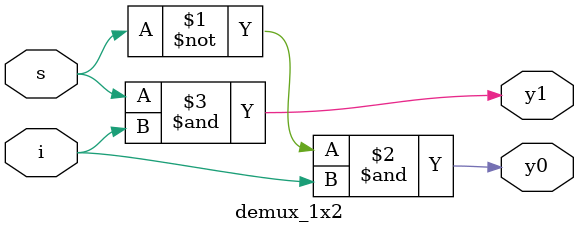
<source format=v>
module demux_1x2(
    input i,
    input s,
    output y0,
    output y1
);

assign y0 = (~s&i);
assign y1 = (s&i);

endmodule


</source>
